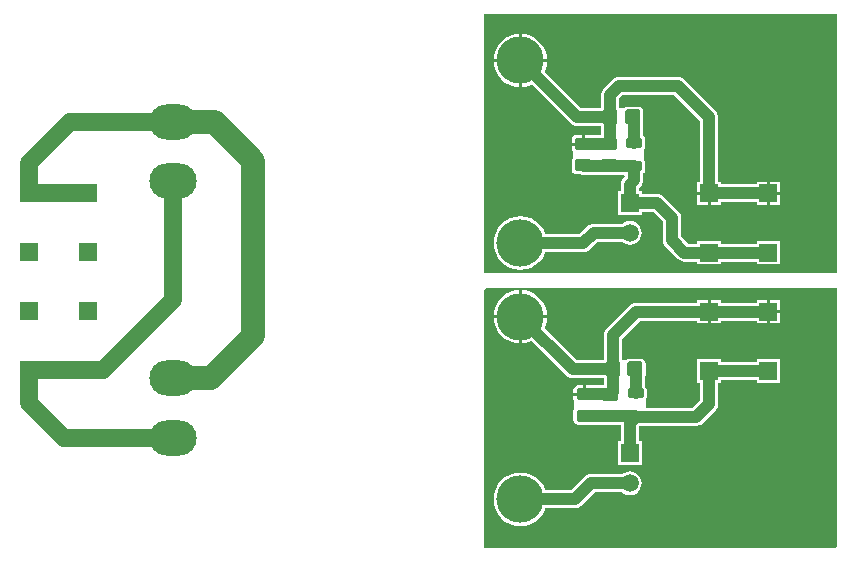
<source format=gtl>
G04 Layer_Physical_Order=1*
G04 Layer_Color=255*
%FSLAX43Y43*%
%MOMM*%
G71*
G01*
G75*
G04:AMPARAMS|DCode=10|XSize=1.3mm|YSize=0.8mm|CornerRadius=0.1mm|HoleSize=0mm|Usage=FLASHONLY|Rotation=180.000|XOffset=0mm|YOffset=0mm|HoleType=Round|Shape=RoundedRectangle|*
%AMROUNDEDRECTD10*
21,1,1.300,0.600,0,0,180.0*
21,1,1.100,0.800,0,0,180.0*
1,1,0.200,-0.550,0.300*
1,1,0.200,0.550,0.300*
1,1,0.200,0.550,-0.300*
1,1,0.200,-0.550,-0.300*
%
%ADD10ROUNDEDRECTD10*%
G04:AMPARAMS|DCode=11|XSize=1.27mm|YSize=1.27mm|CornerRadius=0.159mm|HoleSize=0mm|Usage=FLASHONLY|Rotation=180.000|XOffset=0mm|YOffset=0mm|HoleType=Round|Shape=RoundedRectangle|*
%AMROUNDEDRECTD11*
21,1,1.270,0.953,0,0,180.0*
21,1,0.953,1.270,0,0,180.0*
1,1,0.318,-0.476,0.476*
1,1,0.318,0.476,0.476*
1,1,0.318,0.476,-0.476*
1,1,0.318,-0.476,-0.476*
%
%ADD11ROUNDEDRECTD11*%
G04:AMPARAMS|DCode=12|XSize=1.4mm|YSize=1mm|CornerRadius=0.125mm|HoleSize=0mm|Usage=FLASHONLY|Rotation=180.000|XOffset=0mm|YOffset=0mm|HoleType=Round|Shape=RoundedRectangle|*
%AMROUNDEDRECTD12*
21,1,1.400,0.750,0,0,180.0*
21,1,1.150,1.000,0,0,180.0*
1,1,0.250,-0.575,0.375*
1,1,0.250,0.575,0.375*
1,1,0.250,0.575,-0.375*
1,1,0.250,-0.575,-0.375*
%
%ADD12ROUNDEDRECTD12*%
%ADD13C,1.500*%
%ADD14C,2.000*%
%ADD15C,1.000*%
%ADD16R,1.500X1.500*%
%ADD17C,1.500*%
%ADD18R,1.500X1.500*%
%ADD19C,4.000*%
%ADD20O,4.000X3.000*%
G36*
X71755Y78740D02*
X41910D01*
Y100711D01*
X71755D01*
Y78740D01*
D02*
G37*
G36*
Y55626D02*
X71628Y55499D01*
X41910D01*
Y77343D01*
X42037Y77470D01*
X71755D01*
Y55626D01*
D02*
G37*
%LPC*%
G36*
X45085Y99001D02*
Y96876D01*
X47210D01*
X47179Y97190D01*
X47050Y97615D01*
X46841Y98007D01*
X46560Y98350D01*
X46216Y98632D01*
X45825Y98841D01*
X45400Y98970D01*
X45085Y99001D01*
D02*
G37*
G36*
X66964Y86489D02*
X66087D01*
Y85612D01*
X66964D01*
Y86489D01*
D02*
G37*
G36*
Y85358D02*
X66087D01*
Y84481D01*
X66964D01*
Y85358D01*
D02*
G37*
G36*
X44831Y96622D02*
X42706D01*
X42737Y96307D01*
X42866Y95882D01*
X43075Y95490D01*
X43356Y95147D01*
X43700Y94865D01*
X44091Y94656D01*
X44516Y94527D01*
X44831Y94496D01*
Y96622D01*
D02*
G37*
G36*
X50165Y90423D02*
X49717D01*
X49569Y90394D01*
X49444Y90310D01*
X49360Y90185D01*
X49331Y90037D01*
Y89789D01*
X50165D01*
Y90423D01*
D02*
G37*
G36*
X47210Y96622D02*
X45085D01*
Y94496D01*
X45400Y94527D01*
X45825Y94656D01*
X45923Y94708D01*
X49221Y91410D01*
X49378Y91289D01*
X49562Y91213D01*
X49759Y91187D01*
X51795D01*
X51804Y91174D01*
X51817Y91165D01*
Y90423D01*
X51816Y90423D01*
X50872D01*
X50867Y90423D01*
X50419D01*
Y89662D01*
X50292D01*
Y89535D01*
X49331D01*
Y89287D01*
X49360Y89139D01*
X49392Y89091D01*
Y88433D01*
X49360Y88385D01*
X49331Y88237D01*
Y87487D01*
X49360Y87339D01*
X49444Y87214D01*
X49569Y87130D01*
X49717Y87101D01*
X50034D01*
X50184Y87038D01*
X50381Y87012D01*
X53753D01*
X53806Y86885D01*
X53691Y86771D01*
X53570Y86613D01*
X53494Y86430D01*
X53468Y86233D01*
Y85713D01*
X53225D01*
Y83705D01*
X55233D01*
Y83948D01*
X56200D01*
X57024Y83124D01*
Y81534D01*
X57050Y81337D01*
X57126Y81154D01*
X57247Y80996D01*
X58296Y79947D01*
X58454Y79826D01*
X58637Y79750D01*
X58834Y79724D01*
X59956D01*
Y79481D01*
X61964D01*
Y79724D01*
X64956D01*
Y79481D01*
X66964D01*
Y81489D01*
X64956D01*
Y81246D01*
X61964D01*
Y81489D01*
X59956D01*
Y81246D01*
X59149D01*
X58546Y81849D01*
Y83439D01*
X58520Y83636D01*
X58444Y83819D01*
X58323Y83977D01*
X57053Y85247D01*
X56895Y85368D01*
X56712Y85444D01*
X56515Y85470D01*
X55233D01*
Y85713D01*
X54990D01*
Y85918D01*
X55148Y86076D01*
X55269Y86234D01*
X55300Y86310D01*
X55345Y86417D01*
X55371Y86614D01*
Y87188D01*
X55415Y87218D01*
X55493Y87335D01*
X55521Y87473D01*
Y88073D01*
X55493Y88211D01*
X55460Y88261D01*
Y89285D01*
X55493Y89335D01*
X55521Y89473D01*
Y90073D01*
X55493Y90211D01*
X55415Y90328D01*
X55371Y90358D01*
Y91424D01*
X55380Y91472D01*
Y92424D01*
X55348Y92585D01*
X55257Y92722D01*
X55120Y92813D01*
X54959Y92845D01*
X54007D01*
X53846Y92813D01*
X53709Y92722D01*
X53701Y92710D01*
X53360D01*
X53352Y92722D01*
X53339Y92731D01*
Y93538D01*
X53655Y93854D01*
X57978D01*
X60199Y91633D01*
Y86489D01*
X59956D01*
Y85612D01*
X60960D01*
Y85485D01*
X61087D01*
Y84481D01*
X61964D01*
Y84724D01*
X64956D01*
Y84481D01*
X65833D01*
Y85485D01*
Y86489D01*
X64956D01*
Y86246D01*
X61964D01*
Y86489D01*
X61721D01*
Y91948D01*
X61695Y92145D01*
X61650Y92252D01*
X61619Y92328D01*
X61498Y92486D01*
X58831Y95153D01*
X58673Y95274D01*
X58490Y95350D01*
X58293Y95376D01*
X53340D01*
X53143Y95350D01*
X53036Y95305D01*
X52960Y95274D01*
X52802Y95153D01*
X52040Y94391D01*
X51919Y94233D01*
X51843Y94050D01*
X51817Y93853D01*
Y92731D01*
X51804Y92722D01*
X51795Y92709D01*
X50074D01*
X46998Y95784D01*
X47050Y95882D01*
X47179Y96307D01*
X47210Y96622D01*
D02*
G37*
G36*
X44831Y99001D02*
X44516Y98970D01*
X44091Y98841D01*
X43700Y98632D01*
X43356Y98350D01*
X43075Y98007D01*
X42866Y97615D01*
X42737Y97190D01*
X42706Y96876D01*
X44831D01*
Y99001D01*
D02*
G37*
G36*
X60833Y85358D02*
X59956D01*
Y84481D01*
X60833D01*
Y85358D01*
D02*
G37*
G36*
X44958Y83545D02*
X44516Y83501D01*
X44091Y83372D01*
X43700Y83163D01*
X43356Y82882D01*
X43075Y82538D01*
X42866Y82147D01*
X42737Y81722D01*
X42693Y81280D01*
X42737Y80838D01*
X42866Y80413D01*
X43075Y80022D01*
X43356Y79678D01*
X43700Y79397D01*
X44091Y79188D01*
X44516Y79059D01*
X44958Y79015D01*
X45400Y79059D01*
X45825Y79188D01*
X46216Y79397D01*
X46560Y79678D01*
X46841Y80022D01*
X47050Y80413D01*
X47083Y80519D01*
X50292D01*
X50489Y80545D01*
X50672Y80621D01*
X50830Y80742D01*
X51496Y81408D01*
X53571D01*
X53723Y81292D01*
X53967Y81191D01*
X54229Y81156D01*
X54491Y81191D01*
X54735Y81292D01*
X54945Y81453D01*
X55106Y81663D01*
X55207Y81907D01*
X55242Y82169D01*
X55207Y82431D01*
X55106Y82675D01*
X54945Y82885D01*
X54735Y83046D01*
X54491Y83147D01*
X54229Y83182D01*
X53967Y83147D01*
X53723Y83046D01*
X53571Y82930D01*
X51181D01*
X50984Y82904D01*
X50801Y82828D01*
X50643Y82707D01*
X49977Y82041D01*
X47083D01*
X47050Y82147D01*
X46841Y82538D01*
X46560Y82882D01*
X46216Y83163D01*
X45825Y83372D01*
X45400Y83501D01*
X44958Y83545D01*
D02*
G37*
G36*
X44831Y77309D02*
X44516Y77278D01*
X44091Y77149D01*
X43700Y76940D01*
X43356Y76659D01*
X43075Y76315D01*
X42866Y75924D01*
X42737Y75499D01*
X42706Y75184D01*
X44831D01*
Y77309D01*
D02*
G37*
G36*
X66964Y75358D02*
X66087D01*
Y74481D01*
X66964D01*
Y75358D01*
D02*
G37*
G36*
Y76489D02*
X66087D01*
Y75612D01*
X66964D01*
Y76489D01*
D02*
G37*
G36*
X45085Y77309D02*
Y75184D01*
X47210D01*
X47179Y75499D01*
X47050Y75924D01*
X46841Y76315D01*
X46560Y76659D01*
X46216Y76940D01*
X45825Y77149D01*
X45400Y77278D01*
X45085Y77309D01*
D02*
G37*
G36*
X44831Y74930D02*
X42706D01*
X42737Y74615D01*
X42866Y74190D01*
X43075Y73799D01*
X43356Y73455D01*
X43700Y73174D01*
X44091Y72965D01*
X44516Y72836D01*
X44831Y72805D01*
Y74930D01*
D02*
G37*
G36*
X54229Y61973D02*
X53967Y61938D01*
X53723Y61837D01*
X53571Y61721D01*
X50927D01*
X50730Y61695D01*
X50623Y61650D01*
X50547Y61619D01*
X50389Y61498D01*
X49240Y60349D01*
X47083D01*
X47050Y60455D01*
X46841Y60847D01*
X46560Y61190D01*
X46216Y61472D01*
X45825Y61681D01*
X45400Y61810D01*
X44958Y61853D01*
X44516Y61810D01*
X44091Y61681D01*
X43700Y61472D01*
X43356Y61190D01*
X43075Y60847D01*
X42866Y60455D01*
X42737Y60030D01*
X42693Y59588D01*
X42737Y59147D01*
X42866Y58722D01*
X43075Y58330D01*
X43356Y57987D01*
X43700Y57705D01*
X44091Y57496D01*
X44516Y57367D01*
X44958Y57323D01*
X45400Y57367D01*
X45825Y57496D01*
X46216Y57705D01*
X46560Y57987D01*
X46841Y58330D01*
X47050Y58722D01*
X47083Y58828D01*
X49555D01*
X49752Y58854D01*
X49806Y58876D01*
X49936Y58930D01*
X50093Y59051D01*
X51242Y60199D01*
X53571D01*
X53723Y60083D01*
X53967Y59982D01*
X54229Y59947D01*
X54491Y59982D01*
X54735Y60083D01*
X54945Y60244D01*
X55106Y60454D01*
X55207Y60698D01*
X55242Y60960D01*
X55207Y61222D01*
X55106Y61466D01*
X54945Y61676D01*
X54735Y61837D01*
X54491Y61938D01*
X54229Y61973D01*
D02*
G37*
G36*
X60833Y76489D02*
X59956D01*
Y76246D01*
X54784D01*
X54587Y76220D01*
X54480Y76175D01*
X54404Y76144D01*
X54246Y76023D01*
X52231Y74007D01*
X52110Y73850D01*
X52056Y73720D01*
X52034Y73666D01*
X52008Y73469D01*
Y71395D01*
X51995Y71386D01*
X51986Y71373D01*
X49718D01*
X46998Y74092D01*
X47050Y74190D01*
X47179Y74615D01*
X47210Y74930D01*
X45085D01*
Y72805D01*
X45400Y72836D01*
X45825Y72965D01*
X45923Y73017D01*
X48865Y70074D01*
X49023Y69953D01*
X49152Y69900D01*
X49206Y69877D01*
X49403Y69851D01*
X51986D01*
X51995Y69838D01*
X52008Y69829D01*
Y69236D01*
X50999D01*
X50994Y69236D01*
X50546D01*
Y68475D01*
X50419D01*
Y68348D01*
X49458D01*
Y68100D01*
X49487Y67952D01*
X49519Y67904D01*
Y67246D01*
X49487Y67198D01*
X49458Y67050D01*
Y66300D01*
X49487Y66152D01*
X49571Y66027D01*
X49696Y65943D01*
X49844Y65914D01*
X50994D01*
X50999Y65914D01*
X51943D01*
X52003Y65903D01*
X53153D01*
X53213Y65914D01*
X53468D01*
Y64504D01*
X53225D01*
Y62496D01*
X55233D01*
Y64504D01*
X54990D01*
Y65757D01*
X55052Y65819D01*
X59849D01*
X60046Y65845D01*
X60100Y65868D01*
X60229Y65921D01*
X60387Y66042D01*
X61498Y67153D01*
X61619Y67311D01*
X61672Y67440D01*
X61695Y67494D01*
X61721Y67691D01*
Y69481D01*
X61964D01*
Y69724D01*
X64956D01*
Y69481D01*
X66964D01*
Y71489D01*
X64956D01*
Y71246D01*
X61964D01*
Y71489D01*
X59956D01*
Y69481D01*
X60199D01*
Y68006D01*
X59534Y67341D01*
X55587D01*
Y68092D01*
X55620Y68142D01*
X55648Y68280D01*
Y68880D01*
X55620Y69018D01*
X55542Y69135D01*
X55498Y69165D01*
Y69913D01*
X55539Y69975D01*
X55571Y70136D01*
Y71088D01*
X55539Y71249D01*
X55447Y71386D01*
X55311Y71477D01*
X55150Y71509D01*
X54197D01*
X54036Y71477D01*
X53900Y71386D01*
X53892Y71374D01*
X53550D01*
X53542Y71386D01*
X53529Y71395D01*
Y73154D01*
X55099Y74724D01*
X59956D01*
Y74481D01*
X60833D01*
Y75485D01*
Y76489D01*
D02*
G37*
G36*
X50292Y69236D02*
X49844D01*
X49696Y69207D01*
X49571Y69123D01*
X49487Y68998D01*
X49458Y68850D01*
Y68602D01*
X50292D01*
Y69236D01*
D02*
G37*
G36*
X65833Y76489D02*
X64956D01*
Y76246D01*
X61964D01*
Y76489D01*
X61087D01*
Y75485D01*
Y74481D01*
X61964D01*
Y74724D01*
X64956D01*
Y74481D01*
X65833D01*
Y75485D01*
Y76489D01*
D02*
G37*
%LPD*%
D10*
X54610Y89773D02*
D03*
Y87773D02*
D03*
X54737Y68580D02*
D03*
Y66580D02*
D03*
D11*
X54483Y91948D02*
D03*
X52578D02*
D03*
X54674Y70612D02*
D03*
X52769D02*
D03*
D12*
X50419Y66675D02*
D03*
Y68475D02*
D03*
X52578Y66664D02*
D03*
Y68464D02*
D03*
X50292Y87862D02*
D03*
Y89662D02*
D03*
X52451Y87873D02*
D03*
Y89673D02*
D03*
D13*
X3382Y67738D02*
Y70565D01*
X8382D01*
X9605D01*
X3382Y85565D02*
X8382D01*
X9605Y70565D02*
X15545Y76505D01*
X3382Y85565D02*
Y88091D01*
X6807Y91516D01*
X15545D01*
X3382Y67738D02*
X6299Y64821D01*
X15545D01*
Y76505D02*
Y86512D01*
D14*
Y69825D02*
X18771D01*
X22352Y73406D01*
X15545Y91516D02*
X19101D01*
X22352Y88265D01*
Y73406D02*
Y88265D01*
D15*
X49759Y91948D02*
X52578D01*
X44958Y96749D02*
X49759Y91948D01*
X54610Y89773D02*
Y91821D01*
X54483Y91948D02*
X54610Y91821D01*
X50292Y87862D02*
X50381Y87773D01*
X50292Y89662D02*
X52440D01*
X52578Y89800D02*
Y91948D01*
X52440Y89662D02*
X52451Y89673D01*
X52578Y89800D01*
X54610Y86614D02*
Y87773D01*
X54229Y86233D02*
X54610Y86614D01*
X54229Y84709D02*
Y86233D01*
X51181Y82169D02*
X54229D01*
X50292Y81280D02*
X51181Y82169D01*
X44958Y81280D02*
X50292D01*
X52578Y91948D02*
Y93853D01*
X53340Y94615D01*
X58293D01*
X60960Y91948D01*
Y85485D02*
Y91948D01*
Y85485D02*
X65960D01*
X50419Y68475D02*
X52567D01*
X52769Y68676D02*
Y70612D01*
X49403D02*
X52769D01*
X44958Y75057D02*
X49403Y70612D01*
X54784Y75485D02*
X60960D01*
X52769Y73469D02*
X54784Y75485D01*
X52769Y70612D02*
Y73469D01*
X54737Y68580D02*
Y70549D01*
X54674Y70612D02*
X54737Y70549D01*
X54642Y66675D02*
X54737Y66580D01*
X60960Y67691D02*
Y70485D01*
X59849Y66580D02*
X60960Y67691D01*
X54737Y66580D02*
X59849D01*
X54229Y63500D02*
Y66072D01*
X54737Y66580D01*
X50927Y60960D02*
X54229D01*
X49555Y59588D02*
X50927Y60960D01*
X44958Y59588D02*
X49555D01*
X54229Y84709D02*
X56515D01*
X57785Y83439D01*
Y81534D02*
Y83439D01*
Y81534D02*
X58834Y80485D01*
X60960D01*
X65960D01*
X50381Y87773D02*
X54610D01*
X60960Y75485D02*
X65960D01*
X60960Y70485D02*
X65960D01*
X50419Y66675D02*
X54642D01*
X52567Y68475D02*
X52769Y68676D01*
D16*
X60960Y85485D02*
D03*
X65960D02*
D03*
Y80485D02*
D03*
X60960D02*
D03*
Y75485D02*
D03*
X65960D02*
D03*
X60960Y70485D02*
D03*
X65960D02*
D03*
X3382Y85565D02*
D03*
X8382D02*
D03*
Y80565D02*
D03*
X3382D02*
D03*
Y75565D02*
D03*
X8382D02*
D03*
X3382Y70565D02*
D03*
X8382D02*
D03*
D17*
X54229Y82169D02*
D03*
Y60960D02*
D03*
D18*
Y84709D02*
D03*
Y63500D02*
D03*
D19*
X44958Y96749D02*
D03*
Y81280D02*
D03*
Y75057D02*
D03*
Y59588D02*
D03*
D20*
X15545Y86512D02*
D03*
Y91516D02*
D03*
Y64821D02*
D03*
Y69825D02*
D03*
M02*

</source>
